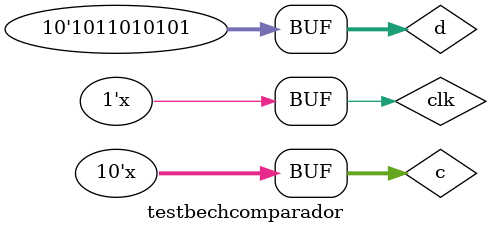
<source format=v>
`timescale 1ns / 1ps


module testbechcomparador;

	// Inputs
	reg clk;
	reg [9:0] c;
	reg [9:0] d;

	// Outputs
	wire comp;

	// Instantiate the Unit Under Test (UUT)
	comparador uut (
		.clk(clk), 
		.c(c), 
		.d(d), 
		.comp(comp)
	);

	always  
		begin 
			#10 clk = ~clk;
			#10 c=c +1;
		end
		
	initial 
	begin
		// Initialize Inputs
		clk = 0;
		c = 0;
		d = 0;

		// Wait 100 ns for global reset to finish
		#100;
        
		// Add stimulus here
		d= 725; 
		#20;
	end
   
endmodule


</source>
